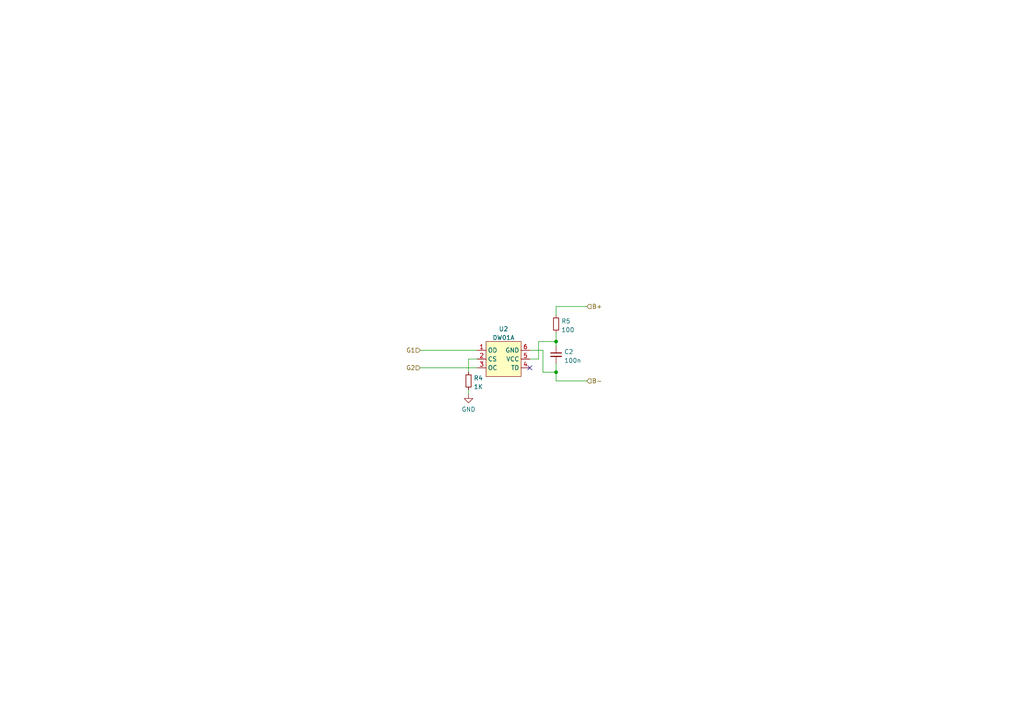
<source format=kicad_sch>
(kicad_sch (version 20211123) (generator eeschema)
  (paper "A4")
  (lib_symbols
    (symbol "Device:C_Small" (pin_numbers hide) (pin_names (offset 0.254) hide)
      (property "Reference" "C" (at 0.254 1.778 0))
      (property "Value" "C_Small" (at 0.254 -2.032 0))
      (symbol "C_Small_0_1"
        (polyline (pts (xy -1.524 -0.508) (xy 1.524 -0.508)) (stroke (width 0.3302)))
        (polyline (pts (xy -1.524 0.508) (xy 1.524 0.508)) (stroke (width 0.3048)))
      )
      (symbol "C_Small_1_1"
        (pin passive line (at 0 2.54 270) (length 2.032) (name "~") (number "1"))
        (pin passive line (at 0 -2.54 90) (length 2.032) (name "~") (number "2"))
      )
    )
    (symbol "Device:R_Small" (pin_numbers hide) (pin_names (offset 0.254) hide)
      (property "Reference" "R" (at 0.762 0.508 0))
      (property "Value" "R_Small" (at 0.762 -1.016 0))
      (symbol "R_Small_0_1"
        (rectangle (start -0.762 1.778) (end 0.762 -1.778) (stroke (width 0.2032)))
      )
      (symbol "R_Small_1_1"
        (pin passive line (at 0 2.54 270) (length 0.762) (name "~") (number "1"))
        (pin passive line (at 0 -2.54 90) (length 0.762) (name "~") (number "2"))
      )
    )
    (symbol "battery_led:DW01A"
      (property "Reference" "U" (at 0 8.89 0))
      (property "Value" "DW01A" (at 0 6.35 0))
      (symbol "DW01A_0_1"
        (rectangle (start -5.08 5.08) (end 5.08 -5.08) (stroke (width 0.1524)) (fill (type background)))
      )
      (symbol "DW01A_1_1"
        (pin input line (at -7.62 2.54 0) (length 2.54) (name "OD") (number "1"))
        (pin input line (at -7.62 0 0) (length 2.54) (name "CS") (number "2"))
        (pin input line (at -7.62 -2.54 0) (length 2.54) (name "OC") (number "3"))
        (pin output line (at 7.62 -2.54 180) (length 2.54) (name "TD") (number "4"))
        (pin power_in line (at 7.62 0 180) (length 2.54) (name "VCC") (number "5"))
        (pin power_in line (at 7.62 2.54 180) (length 2.54) (name "GND") (number "6"))
      )
    )
    (symbol "power:GND" (power) (pin_names (offset 0))
      (property "Value" "GND" (at 0 -3.81 0))
      (symbol "GND_0_1"
        (polyline (pts (xy 0 0) (xy 0 -1.27) (xy 1.27 -1.27) (xy 0 -2.54) (xy -1.27 -1.27) (xy 0 -1.27)))
      )
      (symbol "GND_1_1"
        (pin power_in line (at 0 0 270) (length 0) hide (name "GND") (number "1"))
      )
    )
  )
  (junction (at 161.29 99.06))
  (junction (at 161.29 107.95))
  (no_connect (at 153.67 106.68))
  (wire (pts (xy 161.29 107.95) (xy 161.29 105.41)))
  (wire (pts (xy 157.48 101.6) (xy 157.48 107.95)))
  (wire (pts (xy 161.29 88.9) (xy 170.18 88.9)))
  (wire (pts (xy 135.89 113.03) (xy 135.89 114.3)))
  (wire (pts (xy 161.29 110.49) (xy 161.29 107.95)))
  (wire (pts (xy 157.48 107.95) (xy 161.29 107.95)))
  (wire (pts (xy 121.92 106.68) (xy 138.43 106.68)))
  (wire (pts (xy 161.29 96.52) (xy 161.29 99.06)))
  (wire (pts (xy 153.67 104.14) (xy 156.21 104.14)))
  (wire (pts (xy 156.21 99.06) (xy 161.29 99.06)))
  (wire (pts (xy 121.92 101.6) (xy 138.43 101.6)))
  (wire (pts (xy 156.21 104.14) (xy 156.21 99.06)))
  (wire (pts (xy 161.29 99.06) (xy 161.29 100.33)))
  (wire (pts (xy 153.67 101.6) (xy 157.48 101.6)))
  (wire (pts (xy 161.29 91.44) (xy 161.29 88.9)))
  (wire (pts (xy 138.43 104.14) (xy 135.89 104.14)))
  (wire (pts (xy 135.89 104.14) (xy 135.89 107.95)))
  (wire (pts (xy 170.18 110.49) (xy 161.29 110.49)))
  (hierarchical_label "B+" (shape input) (at 170.18 88.9 0))
  (hierarchical_label "G1" (shape input) (at 121.92 101.6 180))
  (hierarchical_label "B-" (shape input) (at 170.18 110.49 0))
  (hierarchical_label "G2" (shape input) (at 121.92 106.68 180))
  (symbol (lib_id "battery_led:DW01A") (at 146.05 104.14 0) (unit 1)
    (property "Reference" "U2" (at 146.05 95.411 0))
    (property "Value" "DW01A" (at 146.05 97.9479 0))
    (property "Footprint" "Package_TO_SOT_SMD:SOT-23-6" (effects hide))
    (property "Datasheet" "https://datasheet.lcsc.com/szlcsc/1901091236_PUOLOP-DW01A_C351410.pdf" (effects hide))
  )
  (symbol (lib_id "power:GND") (at 135.89 114.3 0) (unit 1)
    (property "Reference" "#PWR07" (effects hide))
    (property "Value" "GND" (at 135.89 118.7434 0))
  )
  (symbol (lib_id "Device:R_Small") (at 135.89 110.49 0) (unit 1)
    (property "Reference" "R4" (at 137.3886 109.6553 0) (effects (justify left)))
    (property "Value" "1K" (at 137.3886 112.1922 0) (effects (justify left)))
  )
  (symbol (lib_id "Device:C_Small") (at 161.29 102.87 0) (unit 1)
    (property "Reference" "C2" (at 163.6141 102.0416 0) (effects (justify left)))
    (property "Value" "100n" (at 163.6141 104.5785 0) (effects (justify left)))
  )
  (symbol (lib_id "Device:R_Small") (at 161.29 93.98 0) (unit 1)
    (property "Reference" "R5" (at 162.7886 93.1453 0) (effects (justify left)))
    (property "Value" "100" (at 162.7886 95.6822 0) (effects (justify left)))
  )
)
</source>
